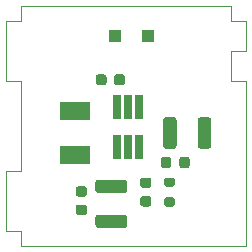
<source format=gbr>
%TF.GenerationSoftware,KiCad,Pcbnew,(5.1.9)-1*%
%TF.CreationDate,2021-05-28T15:44:06+02:00*%
%TF.ProjectId,16_STEP_DOWN,31365f53-5445-4505-9f44-4f574e2e6b69,rev?*%
%TF.SameCoordinates,Original*%
%TF.FileFunction,Paste,Top*%
%TF.FilePolarity,Positive*%
%FSLAX46Y46*%
G04 Gerber Fmt 4.6, Leading zero omitted, Abs format (unit mm)*
G04 Created by KiCad (PCBNEW (5.1.9)-1) date 2021-05-28 15:44:06*
%MOMM*%
%LPD*%
G01*
G04 APERTURE LIST*
%TA.AperFunction,Profile*%
%ADD10C,0.050000*%
%TD*%
%ADD11R,1.100000X1.100000*%
%ADD12R,2.500000X1.500000*%
%ADD13R,0.650000X2.000000*%
G04 APERTURE END LIST*
D10*
X119380000Y-67310000D02*
X120650000Y-67310000D01*
X119380000Y-64770000D02*
X119380000Y-67310000D01*
X120650000Y-64770000D02*
X119380000Y-64770000D01*
X120650000Y-62230000D02*
X120650000Y-64770000D01*
X119380000Y-62230000D02*
X120650000Y-62230000D01*
X119380000Y-60960000D02*
X119380000Y-62230000D01*
X113665000Y-60960000D02*
X119380000Y-60960000D01*
X114935000Y-81280000D02*
X120650000Y-81280000D01*
X101600000Y-62230000D02*
X101600000Y-60960000D01*
X100330000Y-62230000D02*
X101600000Y-62230000D01*
X100330000Y-64770000D02*
X100330000Y-62230000D01*
X101600000Y-67310000D02*
X100330000Y-67310000D01*
X101600000Y-74930000D02*
X101600000Y-67310000D01*
X100330000Y-74930000D02*
X101600000Y-74930000D01*
X120650000Y-67310000D02*
X120650000Y-81280000D01*
X101600000Y-60960000D02*
X113665000Y-60960000D01*
X101600000Y-80010000D02*
X101600000Y-81280000D01*
X100330000Y-80010000D02*
X101600000Y-80010000D01*
X100330000Y-64770000D02*
X100330000Y-67310000D01*
X114935000Y-81280000D02*
X101600000Y-81280000D01*
X100330000Y-80010000D02*
X100330000Y-74930000D01*
%TO.C,C4*%
G36*
G01*
X106430000Y-77795000D02*
X106930000Y-77795000D01*
G75*
G02*
X107155000Y-78020000I0J-225000D01*
G01*
X107155000Y-78470000D01*
G75*
G02*
X106930000Y-78695000I-225000J0D01*
G01*
X106430000Y-78695000D01*
G75*
G02*
X106205000Y-78470000I0J225000D01*
G01*
X106205000Y-78020000D01*
G75*
G02*
X106430000Y-77795000I225000J0D01*
G01*
G37*
G36*
G01*
X106430000Y-76245000D02*
X106930000Y-76245000D01*
G75*
G02*
X107155000Y-76470000I0J-225000D01*
G01*
X107155000Y-76920000D01*
G75*
G02*
X106930000Y-77145000I-225000J0D01*
G01*
X106430000Y-77145000D01*
G75*
G02*
X106205000Y-76920000I0J225000D01*
G01*
X106205000Y-76470000D01*
G75*
G02*
X106430000Y-76245000I225000J0D01*
G01*
G37*
%TD*%
%TO.C,C1*%
G36*
G01*
X113415000Y-74490000D02*
X113415000Y-73990000D01*
G75*
G02*
X113640000Y-73765000I225000J0D01*
G01*
X114090000Y-73765000D01*
G75*
G02*
X114315000Y-73990000I0J-225000D01*
G01*
X114315000Y-74490000D01*
G75*
G02*
X114090000Y-74715000I-225000J0D01*
G01*
X113640000Y-74715000D01*
G75*
G02*
X113415000Y-74490000I0J225000D01*
G01*
G37*
G36*
G01*
X114965000Y-74490000D02*
X114965000Y-73990000D01*
G75*
G02*
X115190000Y-73765000I225000J0D01*
G01*
X115640000Y-73765000D01*
G75*
G02*
X115865000Y-73990000I0J-225000D01*
G01*
X115865000Y-74490000D01*
G75*
G02*
X115640000Y-74715000I-225000J0D01*
G01*
X115190000Y-74715000D01*
G75*
G02*
X114965000Y-74490000I0J225000D01*
G01*
G37*
%TD*%
%TO.C,C2*%
G36*
G01*
X116540000Y-72840001D02*
X116540000Y-70639999D01*
G75*
G02*
X116789999Y-70390000I249999J0D01*
G01*
X117440001Y-70390000D01*
G75*
G02*
X117690000Y-70639999I0J-249999D01*
G01*
X117690000Y-72840001D01*
G75*
G02*
X117440001Y-73090000I-249999J0D01*
G01*
X116789999Y-73090000D01*
G75*
G02*
X116540000Y-72840001I0J249999D01*
G01*
G37*
G36*
G01*
X113590000Y-72840001D02*
X113590000Y-70639999D01*
G75*
G02*
X113839999Y-70390000I249999J0D01*
G01*
X114490001Y-70390000D01*
G75*
G02*
X114740000Y-70639999I0J-249999D01*
G01*
X114740000Y-72840001D01*
G75*
G02*
X114490001Y-73090000I-249999J0D01*
G01*
X113839999Y-73090000D01*
G75*
G02*
X113590000Y-72840001I0J249999D01*
G01*
G37*
%TD*%
%TO.C,C3*%
G36*
G01*
X109465000Y-67490000D02*
X109465000Y-66990000D01*
G75*
G02*
X109690000Y-66765000I225000J0D01*
G01*
X110140000Y-66765000D01*
G75*
G02*
X110365000Y-66990000I0J-225000D01*
G01*
X110365000Y-67490000D01*
G75*
G02*
X110140000Y-67715000I-225000J0D01*
G01*
X109690000Y-67715000D01*
G75*
G02*
X109465000Y-67490000I0J225000D01*
G01*
G37*
G36*
G01*
X107915000Y-67490000D02*
X107915000Y-66990000D01*
G75*
G02*
X108140000Y-66765000I225000J0D01*
G01*
X108590000Y-66765000D01*
G75*
G02*
X108815000Y-66990000I0J-225000D01*
G01*
X108815000Y-67490000D01*
G75*
G02*
X108590000Y-67715000I-225000J0D01*
G01*
X108140000Y-67715000D01*
G75*
G02*
X107915000Y-67490000I0J225000D01*
G01*
G37*
%TD*%
%TO.C,C5*%
G36*
G01*
X108119999Y-75690000D02*
X110320001Y-75690000D01*
G75*
G02*
X110570000Y-75939999I0J-249999D01*
G01*
X110570000Y-76590001D01*
G75*
G02*
X110320001Y-76840000I-249999J0D01*
G01*
X108119999Y-76840000D01*
G75*
G02*
X107870000Y-76590001I0J249999D01*
G01*
X107870000Y-75939999D01*
G75*
G02*
X108119999Y-75690000I249999J0D01*
G01*
G37*
G36*
G01*
X108119999Y-78640000D02*
X110320001Y-78640000D01*
G75*
G02*
X110570000Y-78889999I0J-249999D01*
G01*
X110570000Y-79540001D01*
G75*
G02*
X110320001Y-79790000I-249999J0D01*
G01*
X108119999Y-79790000D01*
G75*
G02*
X107870000Y-79540001I0J249999D01*
G01*
X107870000Y-78889999D01*
G75*
G02*
X108119999Y-78640000I249999J0D01*
G01*
G37*
%TD*%
D11*
%TO.C,D1*%
X112290000Y-63500000D03*
X109490000Y-63500000D03*
%TD*%
%TO.C,D2*%
G36*
G01*
X112396250Y-77965000D02*
X111883750Y-77965000D01*
G75*
G02*
X111665000Y-77746250I0J218750D01*
G01*
X111665000Y-77308750D01*
G75*
G02*
X111883750Y-77090000I218750J0D01*
G01*
X112396250Y-77090000D01*
G75*
G02*
X112615000Y-77308750I0J-218750D01*
G01*
X112615000Y-77746250D01*
G75*
G02*
X112396250Y-77965000I-218750J0D01*
G01*
G37*
G36*
G01*
X112396250Y-76390000D02*
X111883750Y-76390000D01*
G75*
G02*
X111665000Y-76171250I0J218750D01*
G01*
X111665000Y-75733750D01*
G75*
G02*
X111883750Y-75515000I218750J0D01*
G01*
X112396250Y-75515000D01*
G75*
G02*
X112615000Y-75733750I0J-218750D01*
G01*
X112615000Y-76171250D01*
G75*
G02*
X112396250Y-76390000I-218750J0D01*
G01*
G37*
%TD*%
D12*
%TO.C,L1*%
X106140000Y-73590000D03*
X106140000Y-69890000D03*
%TD*%
%TO.C,R1*%
G36*
G01*
X114415000Y-77965000D02*
X113865000Y-77965000D01*
G75*
G02*
X113665000Y-77765000I0J200000D01*
G01*
X113665000Y-77365000D01*
G75*
G02*
X113865000Y-77165000I200000J0D01*
G01*
X114415000Y-77165000D01*
G75*
G02*
X114615000Y-77365000I0J-200000D01*
G01*
X114615000Y-77765000D01*
G75*
G02*
X114415000Y-77965000I-200000J0D01*
G01*
G37*
G36*
G01*
X114415000Y-76315000D02*
X113865000Y-76315000D01*
G75*
G02*
X113665000Y-76115000I0J200000D01*
G01*
X113665000Y-75715000D01*
G75*
G02*
X113865000Y-75515000I200000J0D01*
G01*
X114415000Y-75515000D01*
G75*
G02*
X114615000Y-75715000I0J-200000D01*
G01*
X114615000Y-76115000D01*
G75*
G02*
X114415000Y-76315000I-200000J0D01*
G01*
G37*
%TD*%
D13*
%TO.C,U1*%
X109690000Y-72950000D03*
X110640000Y-72950000D03*
X111590000Y-72950000D03*
X111590000Y-69530000D03*
X110640000Y-69530000D03*
X109690000Y-69530000D03*
%TD*%
M02*

</source>
